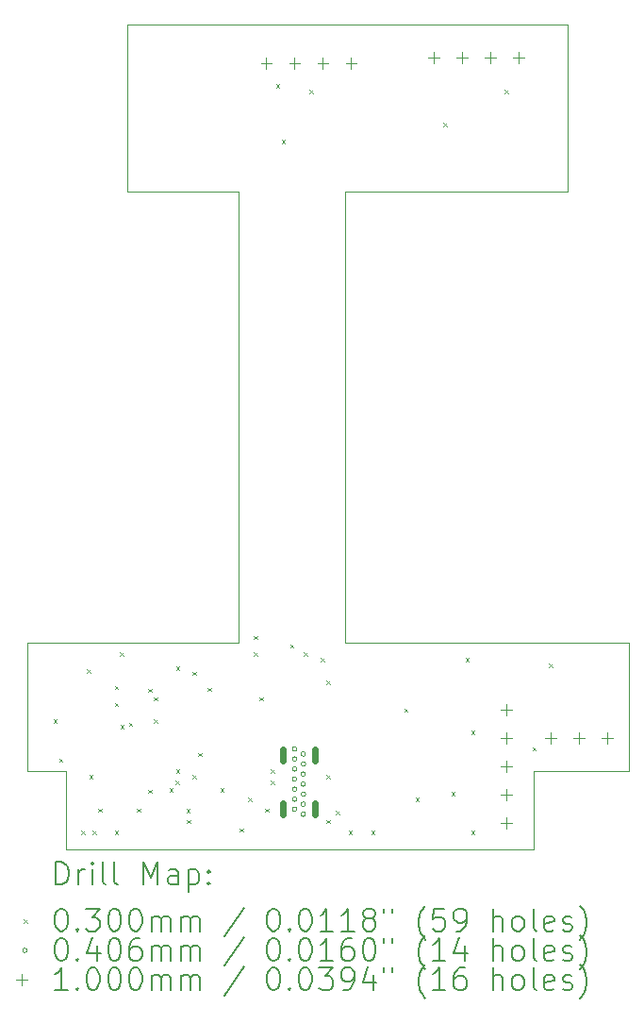
<source format=gbr>
%TF.GenerationSoftware,KiCad,Pcbnew,8.0.7*%
%TF.CreationDate,2024-12-25T21:37:55+08:00*%
%TF.ProjectId,The Button,54686520-4275-4747-946f-6e2e6b696361,rev?*%
%TF.SameCoordinates,Original*%
%TF.FileFunction,Drillmap*%
%TF.FilePolarity,Positive*%
%FSLAX45Y45*%
G04 Gerber Fmt 4.5, Leading zero omitted, Abs format (unit mm)*
G04 Created by KiCad (PCBNEW 8.0.7) date 2024-12-25 21:37:55*
%MOMM*%
%LPD*%
G01*
G04 APERTURE LIST*
%ADD10C,0.050000*%
%ADD11C,0.609600*%
%ADD12C,0.200000*%
%ADD13C,0.100000*%
G04 APERTURE END LIST*
D10*
X15550000Y-2400000D02*
X19500000Y-2400000D01*
X15000000Y-9100000D02*
X14650000Y-9100000D01*
X20050000Y-7950000D02*
X17500000Y-7950000D01*
X19500000Y-3900000D02*
X19500000Y-2400000D01*
X14650000Y-7950000D02*
X16550000Y-7950000D01*
X20050000Y-9100000D02*
X20050000Y-7950000D01*
X19200000Y-9100000D02*
X20050000Y-9100000D01*
X17500000Y-3900000D02*
X19500000Y-3900000D01*
X19200000Y-9800000D02*
X19200000Y-9100000D01*
X14650000Y-9100000D02*
X14650000Y-7950000D01*
X15000000Y-9800000D02*
X15000000Y-9100000D01*
X16550000Y-3900000D02*
X15550000Y-3900000D01*
X15550000Y-3900000D02*
X15550000Y-2400000D01*
X19200000Y-9800000D02*
X15000000Y-9800000D01*
X17500000Y-7950000D02*
X17500000Y-3900000D01*
X16550000Y-7950000D02*
X16550000Y-3900000D01*
D11*
X16946000Y-9004530D02*
X16946000Y-8905470D01*
X16946000Y-9484530D02*
X16946000Y-9385470D01*
X17232000Y-9004530D02*
X17232000Y-8905470D01*
X17232000Y-9484530D02*
X17232000Y-9385470D01*
D12*
D13*
X14885000Y-8635000D02*
X14915000Y-8665000D01*
X14915000Y-8635000D02*
X14885000Y-8665000D01*
X14935000Y-8985000D02*
X14965000Y-9015000D01*
X14965000Y-8985000D02*
X14935000Y-9015000D01*
X15135000Y-9635000D02*
X15165000Y-9665000D01*
X15165000Y-9635000D02*
X15135000Y-9665000D01*
X15185000Y-8185000D02*
X15215000Y-8215000D01*
X15215000Y-8185000D02*
X15185000Y-8215000D01*
X15206000Y-9135205D02*
X15236000Y-9165205D01*
X15236000Y-9135205D02*
X15206000Y-9165205D01*
X15235000Y-9635000D02*
X15265000Y-9665000D01*
X15265000Y-9635000D02*
X15235000Y-9665000D01*
X15285000Y-9435000D02*
X15315000Y-9465000D01*
X15315000Y-9435000D02*
X15285000Y-9465000D01*
X15435000Y-8335000D02*
X15465000Y-8365000D01*
X15465000Y-8335000D02*
X15435000Y-8365000D01*
X15435000Y-8485000D02*
X15465000Y-8515000D01*
X15465000Y-8485000D02*
X15435000Y-8515000D01*
X15435000Y-9635000D02*
X15465000Y-9665000D01*
X15465000Y-9635000D02*
X15435000Y-9665000D01*
X15480046Y-8035000D02*
X15510046Y-8065000D01*
X15510046Y-8035000D02*
X15480046Y-8065000D01*
X15485000Y-8685000D02*
X15515000Y-8715000D01*
X15515000Y-8685000D02*
X15485000Y-8715000D01*
X15562500Y-8662500D02*
X15592500Y-8692500D01*
X15592500Y-8662500D02*
X15562500Y-8692500D01*
X15635000Y-9435000D02*
X15665000Y-9465000D01*
X15665000Y-9435000D02*
X15635000Y-9465000D01*
X15735000Y-8358000D02*
X15765000Y-8388000D01*
X15765000Y-8358000D02*
X15735000Y-8388000D01*
X15735000Y-9264000D02*
X15765000Y-9294000D01*
X15765000Y-9264000D02*
X15735000Y-9294000D01*
X15785000Y-8435000D02*
X15815000Y-8465000D01*
X15815000Y-8435000D02*
X15785000Y-8465000D01*
X15785000Y-8635000D02*
X15815000Y-8665000D01*
X15815000Y-8635000D02*
X15785000Y-8665000D01*
X15927681Y-9250734D02*
X15957681Y-9280734D01*
X15957681Y-9250734D02*
X15927681Y-9280734D01*
X15982728Y-9185966D02*
X16012728Y-9215966D01*
X16012728Y-9185966D02*
X15982728Y-9215966D01*
X15985000Y-8158000D02*
X16015000Y-8188000D01*
X16015000Y-8158000D02*
X15985000Y-8188000D01*
X15985000Y-9085000D02*
X16015000Y-9115000D01*
X16015000Y-9085000D02*
X15985000Y-9115000D01*
X16080345Y-9439246D02*
X16110345Y-9469246D01*
X16110345Y-9439246D02*
X16080345Y-9469246D01*
X16085000Y-9535000D02*
X16115000Y-9565000D01*
X16115000Y-9535000D02*
X16085000Y-9565000D01*
X16135000Y-8208000D02*
X16165000Y-8238000D01*
X16165000Y-8208000D02*
X16135000Y-8238000D01*
X16135000Y-9135000D02*
X16165000Y-9165000D01*
X16165000Y-9135000D02*
X16135000Y-9165000D01*
X16185000Y-8935000D02*
X16215000Y-8965000D01*
X16215000Y-8935000D02*
X16185000Y-8965000D01*
X16270357Y-8350461D02*
X16300357Y-8380461D01*
X16300357Y-8350461D02*
X16270357Y-8380461D01*
X16385000Y-9251250D02*
X16415000Y-9281250D01*
X16415000Y-9251250D02*
X16385000Y-9281250D01*
X16556250Y-9613750D02*
X16586250Y-9643750D01*
X16586250Y-9613750D02*
X16556250Y-9643750D01*
X16635000Y-9335000D02*
X16665000Y-9365000D01*
X16665000Y-9335000D02*
X16635000Y-9365000D01*
X16685000Y-7885000D02*
X16715000Y-7915000D01*
X16715000Y-7885000D02*
X16685000Y-7915000D01*
X16685000Y-8035000D02*
X16715000Y-8065000D01*
X16715000Y-8035000D02*
X16685000Y-8065000D01*
X16735000Y-8435000D02*
X16765000Y-8465000D01*
X16765000Y-8435000D02*
X16735000Y-8465000D01*
X16785000Y-9435000D02*
X16815000Y-9465000D01*
X16815000Y-9435000D02*
X16785000Y-9465000D01*
X16835000Y-9085000D02*
X16865000Y-9115000D01*
X16865000Y-9085000D02*
X16835000Y-9115000D01*
X16835000Y-9185000D02*
X16865000Y-9215000D01*
X16865000Y-9185000D02*
X16835000Y-9215000D01*
X16885000Y-2935000D02*
X16915000Y-2965000D01*
X16915000Y-2935000D02*
X16885000Y-2965000D01*
X16935000Y-3435000D02*
X16965000Y-3465000D01*
X16965000Y-3435000D02*
X16935000Y-3465000D01*
X17009795Y-7959795D02*
X17039795Y-7989795D01*
X17039795Y-7959795D02*
X17009795Y-7989795D01*
X17135000Y-8035000D02*
X17165000Y-8065000D01*
X17165000Y-8035000D02*
X17135000Y-8065000D01*
X17185000Y-2985000D02*
X17215000Y-3015000D01*
X17215000Y-2985000D02*
X17185000Y-3015000D01*
X17285000Y-8085000D02*
X17315000Y-8115000D01*
X17315000Y-8085000D02*
X17285000Y-8115000D01*
X17335000Y-8285000D02*
X17365000Y-8315000D01*
X17365000Y-8285000D02*
X17335000Y-8315000D01*
X17335000Y-9135000D02*
X17365000Y-9165000D01*
X17365000Y-9135000D02*
X17335000Y-9165000D01*
X17335000Y-9535000D02*
X17365000Y-9565000D01*
X17365000Y-9535000D02*
X17335000Y-9565000D01*
X17422509Y-9453759D02*
X17452509Y-9483759D01*
X17452509Y-9453759D02*
X17422509Y-9483759D01*
X17535000Y-9635000D02*
X17565000Y-9665000D01*
X17565000Y-9635000D02*
X17535000Y-9665000D01*
X17740000Y-9635000D02*
X17770000Y-9665000D01*
X17770000Y-9635000D02*
X17740000Y-9665000D01*
X18035000Y-8535000D02*
X18065000Y-8565000D01*
X18065000Y-8535000D02*
X18035000Y-8565000D01*
X18135000Y-9335000D02*
X18165000Y-9365000D01*
X18165000Y-9335000D02*
X18135000Y-9365000D01*
X18385000Y-3285000D02*
X18415000Y-3315000D01*
X18415000Y-3285000D02*
X18385000Y-3315000D01*
X18456000Y-9285000D02*
X18486000Y-9315000D01*
X18486000Y-9285000D02*
X18456000Y-9315000D01*
X18585000Y-8085000D02*
X18615000Y-8115000D01*
X18615000Y-8085000D02*
X18585000Y-8115000D01*
X18635000Y-8735000D02*
X18665000Y-8765000D01*
X18665000Y-8735000D02*
X18635000Y-8765000D01*
X18635000Y-9635000D02*
X18665000Y-9665000D01*
X18665000Y-9635000D02*
X18635000Y-9665000D01*
X18935000Y-2985000D02*
X18965000Y-3015000D01*
X18965000Y-2985000D02*
X18935000Y-3015000D01*
X19185000Y-8885000D02*
X19215000Y-8915000D01*
X19215000Y-8885000D02*
X19185000Y-8915000D01*
X19335000Y-8135000D02*
X19365000Y-8165000D01*
X19365000Y-8135000D02*
X19335000Y-8165000D01*
X17070320Y-8900000D02*
G75*
G02*
X17029680Y-8900000I-20320J0D01*
G01*
X17029680Y-8900000D02*
G75*
G02*
X17070320Y-8900000I20320J0D01*
G01*
X17070320Y-8990000D02*
G75*
G02*
X17029680Y-8990000I-20320J0D01*
G01*
X17029680Y-8990000D02*
G75*
G02*
X17070320Y-8990000I20320J0D01*
G01*
X17070320Y-9080000D02*
G75*
G02*
X17029680Y-9080000I-20320J0D01*
G01*
X17029680Y-9080000D02*
G75*
G02*
X17070320Y-9080000I20320J0D01*
G01*
X17070320Y-9170000D02*
G75*
G02*
X17029680Y-9170000I-20320J0D01*
G01*
X17029680Y-9170000D02*
G75*
G02*
X17070320Y-9170000I20320J0D01*
G01*
X17070320Y-9260000D02*
G75*
G02*
X17029680Y-9260000I-20320J0D01*
G01*
X17029680Y-9260000D02*
G75*
G02*
X17070320Y-9260000I20320J0D01*
G01*
X17070320Y-9350000D02*
G75*
G02*
X17029680Y-9350000I-20320J0D01*
G01*
X17029680Y-9350000D02*
G75*
G02*
X17070320Y-9350000I20320J0D01*
G01*
X17070320Y-9440000D02*
G75*
G02*
X17029680Y-9440000I-20320J0D01*
G01*
X17029680Y-9440000D02*
G75*
G02*
X17070320Y-9440000I20320J0D01*
G01*
X17148320Y-8945000D02*
G75*
G02*
X17107680Y-8945000I-20320J0D01*
G01*
X17107680Y-8945000D02*
G75*
G02*
X17148320Y-8945000I20320J0D01*
G01*
X17148320Y-9035000D02*
G75*
G02*
X17107680Y-9035000I-20320J0D01*
G01*
X17107680Y-9035000D02*
G75*
G02*
X17148320Y-9035000I20320J0D01*
G01*
X17148320Y-9125000D02*
G75*
G02*
X17107680Y-9125000I-20320J0D01*
G01*
X17107680Y-9125000D02*
G75*
G02*
X17148320Y-9125000I20320J0D01*
G01*
X17148320Y-9215000D02*
G75*
G02*
X17107680Y-9215000I-20320J0D01*
G01*
X17107680Y-9215000D02*
G75*
G02*
X17148320Y-9215000I20320J0D01*
G01*
X17148320Y-9305000D02*
G75*
G02*
X17107680Y-9305000I-20320J0D01*
G01*
X17107680Y-9305000D02*
G75*
G02*
X17148320Y-9305000I20320J0D01*
G01*
X17148320Y-9395000D02*
G75*
G02*
X17107680Y-9395000I-20320J0D01*
G01*
X17107680Y-9395000D02*
G75*
G02*
X17148320Y-9395000I20320J0D01*
G01*
X17148320Y-9485000D02*
G75*
G02*
X17107680Y-9485000I-20320J0D01*
G01*
X17107680Y-9485000D02*
G75*
G02*
X17148320Y-9485000I20320J0D01*
G01*
X16796000Y-2700000D02*
X16796000Y-2800000D01*
X16746000Y-2750000D02*
X16846000Y-2750000D01*
X17050000Y-2700000D02*
X17050000Y-2800000D01*
X17000000Y-2750000D02*
X17100000Y-2750000D01*
X17304000Y-2700000D02*
X17304000Y-2800000D01*
X17254000Y-2750000D02*
X17354000Y-2750000D01*
X17558000Y-2700000D02*
X17558000Y-2800000D01*
X17508000Y-2750000D02*
X17608000Y-2750000D01*
X18300000Y-2650000D02*
X18300000Y-2750000D01*
X18250000Y-2700000D02*
X18350000Y-2700000D01*
X18554000Y-2650000D02*
X18554000Y-2750000D01*
X18504000Y-2700000D02*
X18604000Y-2700000D01*
X18808000Y-2650000D02*
X18808000Y-2750000D01*
X18758000Y-2700000D02*
X18858000Y-2700000D01*
X18950000Y-8500000D02*
X18950000Y-8600000D01*
X18900000Y-8550000D02*
X19000000Y-8550000D01*
X18950000Y-8754000D02*
X18950000Y-8854000D01*
X18900000Y-8804000D02*
X19000000Y-8804000D01*
X18950000Y-9008000D02*
X18950000Y-9108000D01*
X18900000Y-9058000D02*
X19000000Y-9058000D01*
X18950000Y-9262000D02*
X18950000Y-9362000D01*
X18900000Y-9312000D02*
X19000000Y-9312000D01*
X18950000Y-9516000D02*
X18950000Y-9616000D01*
X18900000Y-9566000D02*
X19000000Y-9566000D01*
X19062000Y-2650000D02*
X19062000Y-2750000D01*
X19012000Y-2700000D02*
X19112000Y-2700000D01*
X19350000Y-8750000D02*
X19350000Y-8850000D01*
X19300000Y-8800000D02*
X19400000Y-8800000D01*
X19604000Y-8750000D02*
X19604000Y-8850000D01*
X19554000Y-8800000D02*
X19654000Y-8800000D01*
X19858000Y-8750000D02*
X19858000Y-8850000D01*
X19808000Y-8800000D02*
X19908000Y-8800000D01*
D12*
X14908277Y-10113984D02*
X14908277Y-9913984D01*
X14908277Y-9913984D02*
X14955896Y-9913984D01*
X14955896Y-9913984D02*
X14984467Y-9923508D01*
X14984467Y-9923508D02*
X15003515Y-9942555D01*
X15003515Y-9942555D02*
X15013039Y-9961603D01*
X15013039Y-9961603D02*
X15022562Y-9999698D01*
X15022562Y-9999698D02*
X15022562Y-10028270D01*
X15022562Y-10028270D02*
X15013039Y-10066365D01*
X15013039Y-10066365D02*
X15003515Y-10085412D01*
X15003515Y-10085412D02*
X14984467Y-10104460D01*
X14984467Y-10104460D02*
X14955896Y-10113984D01*
X14955896Y-10113984D02*
X14908277Y-10113984D01*
X15108277Y-10113984D02*
X15108277Y-9980650D01*
X15108277Y-10018746D02*
X15117801Y-9999698D01*
X15117801Y-9999698D02*
X15127324Y-9990174D01*
X15127324Y-9990174D02*
X15146372Y-9980650D01*
X15146372Y-9980650D02*
X15165420Y-9980650D01*
X15232086Y-10113984D02*
X15232086Y-9980650D01*
X15232086Y-9913984D02*
X15222562Y-9923508D01*
X15222562Y-9923508D02*
X15232086Y-9933031D01*
X15232086Y-9933031D02*
X15241610Y-9923508D01*
X15241610Y-9923508D02*
X15232086Y-9913984D01*
X15232086Y-9913984D02*
X15232086Y-9933031D01*
X15355896Y-10113984D02*
X15336848Y-10104460D01*
X15336848Y-10104460D02*
X15327324Y-10085412D01*
X15327324Y-10085412D02*
X15327324Y-9913984D01*
X15460658Y-10113984D02*
X15441610Y-10104460D01*
X15441610Y-10104460D02*
X15432086Y-10085412D01*
X15432086Y-10085412D02*
X15432086Y-9913984D01*
X15689229Y-10113984D02*
X15689229Y-9913984D01*
X15689229Y-9913984D02*
X15755896Y-10056841D01*
X15755896Y-10056841D02*
X15822562Y-9913984D01*
X15822562Y-9913984D02*
X15822562Y-10113984D01*
X16003515Y-10113984D02*
X16003515Y-10009222D01*
X16003515Y-10009222D02*
X15993991Y-9990174D01*
X15993991Y-9990174D02*
X15974943Y-9980650D01*
X15974943Y-9980650D02*
X15936848Y-9980650D01*
X15936848Y-9980650D02*
X15917801Y-9990174D01*
X16003515Y-10104460D02*
X15984467Y-10113984D01*
X15984467Y-10113984D02*
X15936848Y-10113984D01*
X15936848Y-10113984D02*
X15917801Y-10104460D01*
X15917801Y-10104460D02*
X15908277Y-10085412D01*
X15908277Y-10085412D02*
X15908277Y-10066365D01*
X15908277Y-10066365D02*
X15917801Y-10047317D01*
X15917801Y-10047317D02*
X15936848Y-10037793D01*
X15936848Y-10037793D02*
X15984467Y-10037793D01*
X15984467Y-10037793D02*
X16003515Y-10028270D01*
X16098753Y-9980650D02*
X16098753Y-10180650D01*
X16098753Y-9990174D02*
X16117801Y-9980650D01*
X16117801Y-9980650D02*
X16155896Y-9980650D01*
X16155896Y-9980650D02*
X16174943Y-9990174D01*
X16174943Y-9990174D02*
X16184467Y-9999698D01*
X16184467Y-9999698D02*
X16193991Y-10018746D01*
X16193991Y-10018746D02*
X16193991Y-10075889D01*
X16193991Y-10075889D02*
X16184467Y-10094936D01*
X16184467Y-10094936D02*
X16174943Y-10104460D01*
X16174943Y-10104460D02*
X16155896Y-10113984D01*
X16155896Y-10113984D02*
X16117801Y-10113984D01*
X16117801Y-10113984D02*
X16098753Y-10104460D01*
X16279705Y-10094936D02*
X16289229Y-10104460D01*
X16289229Y-10104460D02*
X16279705Y-10113984D01*
X16279705Y-10113984D02*
X16270182Y-10104460D01*
X16270182Y-10104460D02*
X16279705Y-10094936D01*
X16279705Y-10094936D02*
X16279705Y-10113984D01*
X16279705Y-9990174D02*
X16289229Y-9999698D01*
X16289229Y-9999698D02*
X16279705Y-10009222D01*
X16279705Y-10009222D02*
X16270182Y-9999698D01*
X16270182Y-9999698D02*
X16279705Y-9990174D01*
X16279705Y-9990174D02*
X16279705Y-10009222D01*
D13*
X14617500Y-10427500D02*
X14647500Y-10457500D01*
X14647500Y-10427500D02*
X14617500Y-10457500D01*
D12*
X14946372Y-10333984D02*
X14965420Y-10333984D01*
X14965420Y-10333984D02*
X14984467Y-10343508D01*
X14984467Y-10343508D02*
X14993991Y-10353031D01*
X14993991Y-10353031D02*
X15003515Y-10372079D01*
X15003515Y-10372079D02*
X15013039Y-10410174D01*
X15013039Y-10410174D02*
X15013039Y-10457793D01*
X15013039Y-10457793D02*
X15003515Y-10495889D01*
X15003515Y-10495889D02*
X14993991Y-10514936D01*
X14993991Y-10514936D02*
X14984467Y-10524460D01*
X14984467Y-10524460D02*
X14965420Y-10533984D01*
X14965420Y-10533984D02*
X14946372Y-10533984D01*
X14946372Y-10533984D02*
X14927324Y-10524460D01*
X14927324Y-10524460D02*
X14917801Y-10514936D01*
X14917801Y-10514936D02*
X14908277Y-10495889D01*
X14908277Y-10495889D02*
X14898753Y-10457793D01*
X14898753Y-10457793D02*
X14898753Y-10410174D01*
X14898753Y-10410174D02*
X14908277Y-10372079D01*
X14908277Y-10372079D02*
X14917801Y-10353031D01*
X14917801Y-10353031D02*
X14927324Y-10343508D01*
X14927324Y-10343508D02*
X14946372Y-10333984D01*
X15098753Y-10514936D02*
X15108277Y-10524460D01*
X15108277Y-10524460D02*
X15098753Y-10533984D01*
X15098753Y-10533984D02*
X15089229Y-10524460D01*
X15089229Y-10524460D02*
X15098753Y-10514936D01*
X15098753Y-10514936D02*
X15098753Y-10533984D01*
X15174943Y-10333984D02*
X15298753Y-10333984D01*
X15298753Y-10333984D02*
X15232086Y-10410174D01*
X15232086Y-10410174D02*
X15260658Y-10410174D01*
X15260658Y-10410174D02*
X15279705Y-10419698D01*
X15279705Y-10419698D02*
X15289229Y-10429222D01*
X15289229Y-10429222D02*
X15298753Y-10448270D01*
X15298753Y-10448270D02*
X15298753Y-10495889D01*
X15298753Y-10495889D02*
X15289229Y-10514936D01*
X15289229Y-10514936D02*
X15279705Y-10524460D01*
X15279705Y-10524460D02*
X15260658Y-10533984D01*
X15260658Y-10533984D02*
X15203515Y-10533984D01*
X15203515Y-10533984D02*
X15184467Y-10524460D01*
X15184467Y-10524460D02*
X15174943Y-10514936D01*
X15422562Y-10333984D02*
X15441610Y-10333984D01*
X15441610Y-10333984D02*
X15460658Y-10343508D01*
X15460658Y-10343508D02*
X15470182Y-10353031D01*
X15470182Y-10353031D02*
X15479705Y-10372079D01*
X15479705Y-10372079D02*
X15489229Y-10410174D01*
X15489229Y-10410174D02*
X15489229Y-10457793D01*
X15489229Y-10457793D02*
X15479705Y-10495889D01*
X15479705Y-10495889D02*
X15470182Y-10514936D01*
X15470182Y-10514936D02*
X15460658Y-10524460D01*
X15460658Y-10524460D02*
X15441610Y-10533984D01*
X15441610Y-10533984D02*
X15422562Y-10533984D01*
X15422562Y-10533984D02*
X15403515Y-10524460D01*
X15403515Y-10524460D02*
X15393991Y-10514936D01*
X15393991Y-10514936D02*
X15384467Y-10495889D01*
X15384467Y-10495889D02*
X15374943Y-10457793D01*
X15374943Y-10457793D02*
X15374943Y-10410174D01*
X15374943Y-10410174D02*
X15384467Y-10372079D01*
X15384467Y-10372079D02*
X15393991Y-10353031D01*
X15393991Y-10353031D02*
X15403515Y-10343508D01*
X15403515Y-10343508D02*
X15422562Y-10333984D01*
X15613039Y-10333984D02*
X15632086Y-10333984D01*
X15632086Y-10333984D02*
X15651134Y-10343508D01*
X15651134Y-10343508D02*
X15660658Y-10353031D01*
X15660658Y-10353031D02*
X15670182Y-10372079D01*
X15670182Y-10372079D02*
X15679705Y-10410174D01*
X15679705Y-10410174D02*
X15679705Y-10457793D01*
X15679705Y-10457793D02*
X15670182Y-10495889D01*
X15670182Y-10495889D02*
X15660658Y-10514936D01*
X15660658Y-10514936D02*
X15651134Y-10524460D01*
X15651134Y-10524460D02*
X15632086Y-10533984D01*
X15632086Y-10533984D02*
X15613039Y-10533984D01*
X15613039Y-10533984D02*
X15593991Y-10524460D01*
X15593991Y-10524460D02*
X15584467Y-10514936D01*
X15584467Y-10514936D02*
X15574943Y-10495889D01*
X15574943Y-10495889D02*
X15565420Y-10457793D01*
X15565420Y-10457793D02*
X15565420Y-10410174D01*
X15565420Y-10410174D02*
X15574943Y-10372079D01*
X15574943Y-10372079D02*
X15584467Y-10353031D01*
X15584467Y-10353031D02*
X15593991Y-10343508D01*
X15593991Y-10343508D02*
X15613039Y-10333984D01*
X15765420Y-10533984D02*
X15765420Y-10400650D01*
X15765420Y-10419698D02*
X15774943Y-10410174D01*
X15774943Y-10410174D02*
X15793991Y-10400650D01*
X15793991Y-10400650D02*
X15822563Y-10400650D01*
X15822563Y-10400650D02*
X15841610Y-10410174D01*
X15841610Y-10410174D02*
X15851134Y-10429222D01*
X15851134Y-10429222D02*
X15851134Y-10533984D01*
X15851134Y-10429222D02*
X15860658Y-10410174D01*
X15860658Y-10410174D02*
X15879705Y-10400650D01*
X15879705Y-10400650D02*
X15908277Y-10400650D01*
X15908277Y-10400650D02*
X15927324Y-10410174D01*
X15927324Y-10410174D02*
X15936848Y-10429222D01*
X15936848Y-10429222D02*
X15936848Y-10533984D01*
X16032086Y-10533984D02*
X16032086Y-10400650D01*
X16032086Y-10419698D02*
X16041610Y-10410174D01*
X16041610Y-10410174D02*
X16060658Y-10400650D01*
X16060658Y-10400650D02*
X16089229Y-10400650D01*
X16089229Y-10400650D02*
X16108277Y-10410174D01*
X16108277Y-10410174D02*
X16117801Y-10429222D01*
X16117801Y-10429222D02*
X16117801Y-10533984D01*
X16117801Y-10429222D02*
X16127324Y-10410174D01*
X16127324Y-10410174D02*
X16146372Y-10400650D01*
X16146372Y-10400650D02*
X16174943Y-10400650D01*
X16174943Y-10400650D02*
X16193991Y-10410174D01*
X16193991Y-10410174D02*
X16203515Y-10429222D01*
X16203515Y-10429222D02*
X16203515Y-10533984D01*
X16593991Y-10324460D02*
X16422563Y-10581603D01*
X16851134Y-10333984D02*
X16870182Y-10333984D01*
X16870182Y-10333984D02*
X16889229Y-10343508D01*
X16889229Y-10343508D02*
X16898753Y-10353031D01*
X16898753Y-10353031D02*
X16908277Y-10372079D01*
X16908277Y-10372079D02*
X16917801Y-10410174D01*
X16917801Y-10410174D02*
X16917801Y-10457793D01*
X16917801Y-10457793D02*
X16908277Y-10495889D01*
X16908277Y-10495889D02*
X16898753Y-10514936D01*
X16898753Y-10514936D02*
X16889229Y-10524460D01*
X16889229Y-10524460D02*
X16870182Y-10533984D01*
X16870182Y-10533984D02*
X16851134Y-10533984D01*
X16851134Y-10533984D02*
X16832087Y-10524460D01*
X16832087Y-10524460D02*
X16822563Y-10514936D01*
X16822563Y-10514936D02*
X16813039Y-10495889D01*
X16813039Y-10495889D02*
X16803515Y-10457793D01*
X16803515Y-10457793D02*
X16803515Y-10410174D01*
X16803515Y-10410174D02*
X16813039Y-10372079D01*
X16813039Y-10372079D02*
X16822563Y-10353031D01*
X16822563Y-10353031D02*
X16832087Y-10343508D01*
X16832087Y-10343508D02*
X16851134Y-10333984D01*
X17003515Y-10514936D02*
X17013039Y-10524460D01*
X17013039Y-10524460D02*
X17003515Y-10533984D01*
X17003515Y-10533984D02*
X16993991Y-10524460D01*
X16993991Y-10524460D02*
X17003515Y-10514936D01*
X17003515Y-10514936D02*
X17003515Y-10533984D01*
X17136848Y-10333984D02*
X17155896Y-10333984D01*
X17155896Y-10333984D02*
X17174944Y-10343508D01*
X17174944Y-10343508D02*
X17184468Y-10353031D01*
X17184468Y-10353031D02*
X17193991Y-10372079D01*
X17193991Y-10372079D02*
X17203515Y-10410174D01*
X17203515Y-10410174D02*
X17203515Y-10457793D01*
X17203515Y-10457793D02*
X17193991Y-10495889D01*
X17193991Y-10495889D02*
X17184468Y-10514936D01*
X17184468Y-10514936D02*
X17174944Y-10524460D01*
X17174944Y-10524460D02*
X17155896Y-10533984D01*
X17155896Y-10533984D02*
X17136848Y-10533984D01*
X17136848Y-10533984D02*
X17117801Y-10524460D01*
X17117801Y-10524460D02*
X17108277Y-10514936D01*
X17108277Y-10514936D02*
X17098753Y-10495889D01*
X17098753Y-10495889D02*
X17089229Y-10457793D01*
X17089229Y-10457793D02*
X17089229Y-10410174D01*
X17089229Y-10410174D02*
X17098753Y-10372079D01*
X17098753Y-10372079D02*
X17108277Y-10353031D01*
X17108277Y-10353031D02*
X17117801Y-10343508D01*
X17117801Y-10343508D02*
X17136848Y-10333984D01*
X17393991Y-10533984D02*
X17279706Y-10533984D01*
X17336848Y-10533984D02*
X17336848Y-10333984D01*
X17336848Y-10333984D02*
X17317801Y-10362555D01*
X17317801Y-10362555D02*
X17298753Y-10381603D01*
X17298753Y-10381603D02*
X17279706Y-10391127D01*
X17584468Y-10533984D02*
X17470182Y-10533984D01*
X17527325Y-10533984D02*
X17527325Y-10333984D01*
X17527325Y-10333984D02*
X17508277Y-10362555D01*
X17508277Y-10362555D02*
X17489229Y-10381603D01*
X17489229Y-10381603D02*
X17470182Y-10391127D01*
X17698753Y-10419698D02*
X17679706Y-10410174D01*
X17679706Y-10410174D02*
X17670182Y-10400650D01*
X17670182Y-10400650D02*
X17660658Y-10381603D01*
X17660658Y-10381603D02*
X17660658Y-10372079D01*
X17660658Y-10372079D02*
X17670182Y-10353031D01*
X17670182Y-10353031D02*
X17679706Y-10343508D01*
X17679706Y-10343508D02*
X17698753Y-10333984D01*
X17698753Y-10333984D02*
X17736849Y-10333984D01*
X17736849Y-10333984D02*
X17755896Y-10343508D01*
X17755896Y-10343508D02*
X17765420Y-10353031D01*
X17765420Y-10353031D02*
X17774944Y-10372079D01*
X17774944Y-10372079D02*
X17774944Y-10381603D01*
X17774944Y-10381603D02*
X17765420Y-10400650D01*
X17765420Y-10400650D02*
X17755896Y-10410174D01*
X17755896Y-10410174D02*
X17736849Y-10419698D01*
X17736849Y-10419698D02*
X17698753Y-10419698D01*
X17698753Y-10419698D02*
X17679706Y-10429222D01*
X17679706Y-10429222D02*
X17670182Y-10438746D01*
X17670182Y-10438746D02*
X17660658Y-10457793D01*
X17660658Y-10457793D02*
X17660658Y-10495889D01*
X17660658Y-10495889D02*
X17670182Y-10514936D01*
X17670182Y-10514936D02*
X17679706Y-10524460D01*
X17679706Y-10524460D02*
X17698753Y-10533984D01*
X17698753Y-10533984D02*
X17736849Y-10533984D01*
X17736849Y-10533984D02*
X17755896Y-10524460D01*
X17755896Y-10524460D02*
X17765420Y-10514936D01*
X17765420Y-10514936D02*
X17774944Y-10495889D01*
X17774944Y-10495889D02*
X17774944Y-10457793D01*
X17774944Y-10457793D02*
X17765420Y-10438746D01*
X17765420Y-10438746D02*
X17755896Y-10429222D01*
X17755896Y-10429222D02*
X17736849Y-10419698D01*
X17851134Y-10333984D02*
X17851134Y-10372079D01*
X17927325Y-10333984D02*
X17927325Y-10372079D01*
X18222563Y-10610174D02*
X18213039Y-10600650D01*
X18213039Y-10600650D02*
X18193991Y-10572079D01*
X18193991Y-10572079D02*
X18184468Y-10553031D01*
X18184468Y-10553031D02*
X18174944Y-10524460D01*
X18174944Y-10524460D02*
X18165420Y-10476841D01*
X18165420Y-10476841D02*
X18165420Y-10438746D01*
X18165420Y-10438746D02*
X18174944Y-10391127D01*
X18174944Y-10391127D02*
X18184468Y-10362555D01*
X18184468Y-10362555D02*
X18193991Y-10343508D01*
X18193991Y-10343508D02*
X18213039Y-10314936D01*
X18213039Y-10314936D02*
X18222563Y-10305412D01*
X18393991Y-10333984D02*
X18298753Y-10333984D01*
X18298753Y-10333984D02*
X18289230Y-10429222D01*
X18289230Y-10429222D02*
X18298753Y-10419698D01*
X18298753Y-10419698D02*
X18317801Y-10410174D01*
X18317801Y-10410174D02*
X18365420Y-10410174D01*
X18365420Y-10410174D02*
X18384468Y-10419698D01*
X18384468Y-10419698D02*
X18393991Y-10429222D01*
X18393991Y-10429222D02*
X18403515Y-10448270D01*
X18403515Y-10448270D02*
X18403515Y-10495889D01*
X18403515Y-10495889D02*
X18393991Y-10514936D01*
X18393991Y-10514936D02*
X18384468Y-10524460D01*
X18384468Y-10524460D02*
X18365420Y-10533984D01*
X18365420Y-10533984D02*
X18317801Y-10533984D01*
X18317801Y-10533984D02*
X18298753Y-10524460D01*
X18298753Y-10524460D02*
X18289230Y-10514936D01*
X18498753Y-10533984D02*
X18536849Y-10533984D01*
X18536849Y-10533984D02*
X18555896Y-10524460D01*
X18555896Y-10524460D02*
X18565420Y-10514936D01*
X18565420Y-10514936D02*
X18584468Y-10486365D01*
X18584468Y-10486365D02*
X18593991Y-10448270D01*
X18593991Y-10448270D02*
X18593991Y-10372079D01*
X18593991Y-10372079D02*
X18584468Y-10353031D01*
X18584468Y-10353031D02*
X18574944Y-10343508D01*
X18574944Y-10343508D02*
X18555896Y-10333984D01*
X18555896Y-10333984D02*
X18517801Y-10333984D01*
X18517801Y-10333984D02*
X18498753Y-10343508D01*
X18498753Y-10343508D02*
X18489230Y-10353031D01*
X18489230Y-10353031D02*
X18479706Y-10372079D01*
X18479706Y-10372079D02*
X18479706Y-10419698D01*
X18479706Y-10419698D02*
X18489230Y-10438746D01*
X18489230Y-10438746D02*
X18498753Y-10448270D01*
X18498753Y-10448270D02*
X18517801Y-10457793D01*
X18517801Y-10457793D02*
X18555896Y-10457793D01*
X18555896Y-10457793D02*
X18574944Y-10448270D01*
X18574944Y-10448270D02*
X18584468Y-10438746D01*
X18584468Y-10438746D02*
X18593991Y-10419698D01*
X18832087Y-10533984D02*
X18832087Y-10333984D01*
X18917801Y-10533984D02*
X18917801Y-10429222D01*
X18917801Y-10429222D02*
X18908277Y-10410174D01*
X18908277Y-10410174D02*
X18889230Y-10400650D01*
X18889230Y-10400650D02*
X18860658Y-10400650D01*
X18860658Y-10400650D02*
X18841611Y-10410174D01*
X18841611Y-10410174D02*
X18832087Y-10419698D01*
X19041611Y-10533984D02*
X19022563Y-10524460D01*
X19022563Y-10524460D02*
X19013039Y-10514936D01*
X19013039Y-10514936D02*
X19003515Y-10495889D01*
X19003515Y-10495889D02*
X19003515Y-10438746D01*
X19003515Y-10438746D02*
X19013039Y-10419698D01*
X19013039Y-10419698D02*
X19022563Y-10410174D01*
X19022563Y-10410174D02*
X19041611Y-10400650D01*
X19041611Y-10400650D02*
X19070182Y-10400650D01*
X19070182Y-10400650D02*
X19089230Y-10410174D01*
X19089230Y-10410174D02*
X19098753Y-10419698D01*
X19098753Y-10419698D02*
X19108277Y-10438746D01*
X19108277Y-10438746D02*
X19108277Y-10495889D01*
X19108277Y-10495889D02*
X19098753Y-10514936D01*
X19098753Y-10514936D02*
X19089230Y-10524460D01*
X19089230Y-10524460D02*
X19070182Y-10533984D01*
X19070182Y-10533984D02*
X19041611Y-10533984D01*
X19222563Y-10533984D02*
X19203515Y-10524460D01*
X19203515Y-10524460D02*
X19193992Y-10505412D01*
X19193992Y-10505412D02*
X19193992Y-10333984D01*
X19374944Y-10524460D02*
X19355896Y-10533984D01*
X19355896Y-10533984D02*
X19317801Y-10533984D01*
X19317801Y-10533984D02*
X19298753Y-10524460D01*
X19298753Y-10524460D02*
X19289230Y-10505412D01*
X19289230Y-10505412D02*
X19289230Y-10429222D01*
X19289230Y-10429222D02*
X19298753Y-10410174D01*
X19298753Y-10410174D02*
X19317801Y-10400650D01*
X19317801Y-10400650D02*
X19355896Y-10400650D01*
X19355896Y-10400650D02*
X19374944Y-10410174D01*
X19374944Y-10410174D02*
X19384468Y-10429222D01*
X19384468Y-10429222D02*
X19384468Y-10448270D01*
X19384468Y-10448270D02*
X19289230Y-10467317D01*
X19460658Y-10524460D02*
X19479706Y-10533984D01*
X19479706Y-10533984D02*
X19517801Y-10533984D01*
X19517801Y-10533984D02*
X19536849Y-10524460D01*
X19536849Y-10524460D02*
X19546373Y-10505412D01*
X19546373Y-10505412D02*
X19546373Y-10495889D01*
X19546373Y-10495889D02*
X19536849Y-10476841D01*
X19536849Y-10476841D02*
X19517801Y-10467317D01*
X19517801Y-10467317D02*
X19489230Y-10467317D01*
X19489230Y-10467317D02*
X19470182Y-10457793D01*
X19470182Y-10457793D02*
X19460658Y-10438746D01*
X19460658Y-10438746D02*
X19460658Y-10429222D01*
X19460658Y-10429222D02*
X19470182Y-10410174D01*
X19470182Y-10410174D02*
X19489230Y-10400650D01*
X19489230Y-10400650D02*
X19517801Y-10400650D01*
X19517801Y-10400650D02*
X19536849Y-10410174D01*
X19613039Y-10610174D02*
X19622563Y-10600650D01*
X19622563Y-10600650D02*
X19641611Y-10572079D01*
X19641611Y-10572079D02*
X19651134Y-10553031D01*
X19651134Y-10553031D02*
X19660658Y-10524460D01*
X19660658Y-10524460D02*
X19670182Y-10476841D01*
X19670182Y-10476841D02*
X19670182Y-10438746D01*
X19670182Y-10438746D02*
X19660658Y-10391127D01*
X19660658Y-10391127D02*
X19651134Y-10362555D01*
X19651134Y-10362555D02*
X19641611Y-10343508D01*
X19641611Y-10343508D02*
X19622563Y-10314936D01*
X19622563Y-10314936D02*
X19613039Y-10305412D01*
D13*
X14647500Y-10706500D02*
G75*
G02*
X14606860Y-10706500I-20320J0D01*
G01*
X14606860Y-10706500D02*
G75*
G02*
X14647500Y-10706500I20320J0D01*
G01*
D12*
X14946372Y-10597984D02*
X14965420Y-10597984D01*
X14965420Y-10597984D02*
X14984467Y-10607508D01*
X14984467Y-10607508D02*
X14993991Y-10617031D01*
X14993991Y-10617031D02*
X15003515Y-10636079D01*
X15003515Y-10636079D02*
X15013039Y-10674174D01*
X15013039Y-10674174D02*
X15013039Y-10721793D01*
X15013039Y-10721793D02*
X15003515Y-10759889D01*
X15003515Y-10759889D02*
X14993991Y-10778936D01*
X14993991Y-10778936D02*
X14984467Y-10788460D01*
X14984467Y-10788460D02*
X14965420Y-10797984D01*
X14965420Y-10797984D02*
X14946372Y-10797984D01*
X14946372Y-10797984D02*
X14927324Y-10788460D01*
X14927324Y-10788460D02*
X14917801Y-10778936D01*
X14917801Y-10778936D02*
X14908277Y-10759889D01*
X14908277Y-10759889D02*
X14898753Y-10721793D01*
X14898753Y-10721793D02*
X14898753Y-10674174D01*
X14898753Y-10674174D02*
X14908277Y-10636079D01*
X14908277Y-10636079D02*
X14917801Y-10617031D01*
X14917801Y-10617031D02*
X14927324Y-10607508D01*
X14927324Y-10607508D02*
X14946372Y-10597984D01*
X15098753Y-10778936D02*
X15108277Y-10788460D01*
X15108277Y-10788460D02*
X15098753Y-10797984D01*
X15098753Y-10797984D02*
X15089229Y-10788460D01*
X15089229Y-10788460D02*
X15098753Y-10778936D01*
X15098753Y-10778936D02*
X15098753Y-10797984D01*
X15279705Y-10664650D02*
X15279705Y-10797984D01*
X15232086Y-10588460D02*
X15184467Y-10731317D01*
X15184467Y-10731317D02*
X15308277Y-10731317D01*
X15422562Y-10597984D02*
X15441610Y-10597984D01*
X15441610Y-10597984D02*
X15460658Y-10607508D01*
X15460658Y-10607508D02*
X15470182Y-10617031D01*
X15470182Y-10617031D02*
X15479705Y-10636079D01*
X15479705Y-10636079D02*
X15489229Y-10674174D01*
X15489229Y-10674174D02*
X15489229Y-10721793D01*
X15489229Y-10721793D02*
X15479705Y-10759889D01*
X15479705Y-10759889D02*
X15470182Y-10778936D01*
X15470182Y-10778936D02*
X15460658Y-10788460D01*
X15460658Y-10788460D02*
X15441610Y-10797984D01*
X15441610Y-10797984D02*
X15422562Y-10797984D01*
X15422562Y-10797984D02*
X15403515Y-10788460D01*
X15403515Y-10788460D02*
X15393991Y-10778936D01*
X15393991Y-10778936D02*
X15384467Y-10759889D01*
X15384467Y-10759889D02*
X15374943Y-10721793D01*
X15374943Y-10721793D02*
X15374943Y-10674174D01*
X15374943Y-10674174D02*
X15384467Y-10636079D01*
X15384467Y-10636079D02*
X15393991Y-10617031D01*
X15393991Y-10617031D02*
X15403515Y-10607508D01*
X15403515Y-10607508D02*
X15422562Y-10597984D01*
X15660658Y-10597984D02*
X15622562Y-10597984D01*
X15622562Y-10597984D02*
X15603515Y-10607508D01*
X15603515Y-10607508D02*
X15593991Y-10617031D01*
X15593991Y-10617031D02*
X15574943Y-10645603D01*
X15574943Y-10645603D02*
X15565420Y-10683698D01*
X15565420Y-10683698D02*
X15565420Y-10759889D01*
X15565420Y-10759889D02*
X15574943Y-10778936D01*
X15574943Y-10778936D02*
X15584467Y-10788460D01*
X15584467Y-10788460D02*
X15603515Y-10797984D01*
X15603515Y-10797984D02*
X15641610Y-10797984D01*
X15641610Y-10797984D02*
X15660658Y-10788460D01*
X15660658Y-10788460D02*
X15670182Y-10778936D01*
X15670182Y-10778936D02*
X15679705Y-10759889D01*
X15679705Y-10759889D02*
X15679705Y-10712270D01*
X15679705Y-10712270D02*
X15670182Y-10693222D01*
X15670182Y-10693222D02*
X15660658Y-10683698D01*
X15660658Y-10683698D02*
X15641610Y-10674174D01*
X15641610Y-10674174D02*
X15603515Y-10674174D01*
X15603515Y-10674174D02*
X15584467Y-10683698D01*
X15584467Y-10683698D02*
X15574943Y-10693222D01*
X15574943Y-10693222D02*
X15565420Y-10712270D01*
X15765420Y-10797984D02*
X15765420Y-10664650D01*
X15765420Y-10683698D02*
X15774943Y-10674174D01*
X15774943Y-10674174D02*
X15793991Y-10664650D01*
X15793991Y-10664650D02*
X15822563Y-10664650D01*
X15822563Y-10664650D02*
X15841610Y-10674174D01*
X15841610Y-10674174D02*
X15851134Y-10693222D01*
X15851134Y-10693222D02*
X15851134Y-10797984D01*
X15851134Y-10693222D02*
X15860658Y-10674174D01*
X15860658Y-10674174D02*
X15879705Y-10664650D01*
X15879705Y-10664650D02*
X15908277Y-10664650D01*
X15908277Y-10664650D02*
X15927324Y-10674174D01*
X15927324Y-10674174D02*
X15936848Y-10693222D01*
X15936848Y-10693222D02*
X15936848Y-10797984D01*
X16032086Y-10797984D02*
X16032086Y-10664650D01*
X16032086Y-10683698D02*
X16041610Y-10674174D01*
X16041610Y-10674174D02*
X16060658Y-10664650D01*
X16060658Y-10664650D02*
X16089229Y-10664650D01*
X16089229Y-10664650D02*
X16108277Y-10674174D01*
X16108277Y-10674174D02*
X16117801Y-10693222D01*
X16117801Y-10693222D02*
X16117801Y-10797984D01*
X16117801Y-10693222D02*
X16127324Y-10674174D01*
X16127324Y-10674174D02*
X16146372Y-10664650D01*
X16146372Y-10664650D02*
X16174943Y-10664650D01*
X16174943Y-10664650D02*
X16193991Y-10674174D01*
X16193991Y-10674174D02*
X16203515Y-10693222D01*
X16203515Y-10693222D02*
X16203515Y-10797984D01*
X16593991Y-10588460D02*
X16422563Y-10845603D01*
X16851134Y-10597984D02*
X16870182Y-10597984D01*
X16870182Y-10597984D02*
X16889229Y-10607508D01*
X16889229Y-10607508D02*
X16898753Y-10617031D01*
X16898753Y-10617031D02*
X16908277Y-10636079D01*
X16908277Y-10636079D02*
X16917801Y-10674174D01*
X16917801Y-10674174D02*
X16917801Y-10721793D01*
X16917801Y-10721793D02*
X16908277Y-10759889D01*
X16908277Y-10759889D02*
X16898753Y-10778936D01*
X16898753Y-10778936D02*
X16889229Y-10788460D01*
X16889229Y-10788460D02*
X16870182Y-10797984D01*
X16870182Y-10797984D02*
X16851134Y-10797984D01*
X16851134Y-10797984D02*
X16832087Y-10788460D01*
X16832087Y-10788460D02*
X16822563Y-10778936D01*
X16822563Y-10778936D02*
X16813039Y-10759889D01*
X16813039Y-10759889D02*
X16803515Y-10721793D01*
X16803515Y-10721793D02*
X16803515Y-10674174D01*
X16803515Y-10674174D02*
X16813039Y-10636079D01*
X16813039Y-10636079D02*
X16822563Y-10617031D01*
X16822563Y-10617031D02*
X16832087Y-10607508D01*
X16832087Y-10607508D02*
X16851134Y-10597984D01*
X17003515Y-10778936D02*
X17013039Y-10788460D01*
X17013039Y-10788460D02*
X17003515Y-10797984D01*
X17003515Y-10797984D02*
X16993991Y-10788460D01*
X16993991Y-10788460D02*
X17003515Y-10778936D01*
X17003515Y-10778936D02*
X17003515Y-10797984D01*
X17136848Y-10597984D02*
X17155896Y-10597984D01*
X17155896Y-10597984D02*
X17174944Y-10607508D01*
X17174944Y-10607508D02*
X17184468Y-10617031D01*
X17184468Y-10617031D02*
X17193991Y-10636079D01*
X17193991Y-10636079D02*
X17203515Y-10674174D01*
X17203515Y-10674174D02*
X17203515Y-10721793D01*
X17203515Y-10721793D02*
X17193991Y-10759889D01*
X17193991Y-10759889D02*
X17184468Y-10778936D01*
X17184468Y-10778936D02*
X17174944Y-10788460D01*
X17174944Y-10788460D02*
X17155896Y-10797984D01*
X17155896Y-10797984D02*
X17136848Y-10797984D01*
X17136848Y-10797984D02*
X17117801Y-10788460D01*
X17117801Y-10788460D02*
X17108277Y-10778936D01*
X17108277Y-10778936D02*
X17098753Y-10759889D01*
X17098753Y-10759889D02*
X17089229Y-10721793D01*
X17089229Y-10721793D02*
X17089229Y-10674174D01*
X17089229Y-10674174D02*
X17098753Y-10636079D01*
X17098753Y-10636079D02*
X17108277Y-10617031D01*
X17108277Y-10617031D02*
X17117801Y-10607508D01*
X17117801Y-10607508D02*
X17136848Y-10597984D01*
X17393991Y-10797984D02*
X17279706Y-10797984D01*
X17336848Y-10797984D02*
X17336848Y-10597984D01*
X17336848Y-10597984D02*
X17317801Y-10626555D01*
X17317801Y-10626555D02*
X17298753Y-10645603D01*
X17298753Y-10645603D02*
X17279706Y-10655127D01*
X17565420Y-10597984D02*
X17527325Y-10597984D01*
X17527325Y-10597984D02*
X17508277Y-10607508D01*
X17508277Y-10607508D02*
X17498753Y-10617031D01*
X17498753Y-10617031D02*
X17479706Y-10645603D01*
X17479706Y-10645603D02*
X17470182Y-10683698D01*
X17470182Y-10683698D02*
X17470182Y-10759889D01*
X17470182Y-10759889D02*
X17479706Y-10778936D01*
X17479706Y-10778936D02*
X17489229Y-10788460D01*
X17489229Y-10788460D02*
X17508277Y-10797984D01*
X17508277Y-10797984D02*
X17546372Y-10797984D01*
X17546372Y-10797984D02*
X17565420Y-10788460D01*
X17565420Y-10788460D02*
X17574944Y-10778936D01*
X17574944Y-10778936D02*
X17584468Y-10759889D01*
X17584468Y-10759889D02*
X17584468Y-10712270D01*
X17584468Y-10712270D02*
X17574944Y-10693222D01*
X17574944Y-10693222D02*
X17565420Y-10683698D01*
X17565420Y-10683698D02*
X17546372Y-10674174D01*
X17546372Y-10674174D02*
X17508277Y-10674174D01*
X17508277Y-10674174D02*
X17489229Y-10683698D01*
X17489229Y-10683698D02*
X17479706Y-10693222D01*
X17479706Y-10693222D02*
X17470182Y-10712270D01*
X17708277Y-10597984D02*
X17727325Y-10597984D01*
X17727325Y-10597984D02*
X17746372Y-10607508D01*
X17746372Y-10607508D02*
X17755896Y-10617031D01*
X17755896Y-10617031D02*
X17765420Y-10636079D01*
X17765420Y-10636079D02*
X17774944Y-10674174D01*
X17774944Y-10674174D02*
X17774944Y-10721793D01*
X17774944Y-10721793D02*
X17765420Y-10759889D01*
X17765420Y-10759889D02*
X17755896Y-10778936D01*
X17755896Y-10778936D02*
X17746372Y-10788460D01*
X17746372Y-10788460D02*
X17727325Y-10797984D01*
X17727325Y-10797984D02*
X17708277Y-10797984D01*
X17708277Y-10797984D02*
X17689229Y-10788460D01*
X17689229Y-10788460D02*
X17679706Y-10778936D01*
X17679706Y-10778936D02*
X17670182Y-10759889D01*
X17670182Y-10759889D02*
X17660658Y-10721793D01*
X17660658Y-10721793D02*
X17660658Y-10674174D01*
X17660658Y-10674174D02*
X17670182Y-10636079D01*
X17670182Y-10636079D02*
X17679706Y-10617031D01*
X17679706Y-10617031D02*
X17689229Y-10607508D01*
X17689229Y-10607508D02*
X17708277Y-10597984D01*
X17851134Y-10597984D02*
X17851134Y-10636079D01*
X17927325Y-10597984D02*
X17927325Y-10636079D01*
X18222563Y-10874174D02*
X18213039Y-10864650D01*
X18213039Y-10864650D02*
X18193991Y-10836079D01*
X18193991Y-10836079D02*
X18184468Y-10817031D01*
X18184468Y-10817031D02*
X18174944Y-10788460D01*
X18174944Y-10788460D02*
X18165420Y-10740841D01*
X18165420Y-10740841D02*
X18165420Y-10702746D01*
X18165420Y-10702746D02*
X18174944Y-10655127D01*
X18174944Y-10655127D02*
X18184468Y-10626555D01*
X18184468Y-10626555D02*
X18193991Y-10607508D01*
X18193991Y-10607508D02*
X18213039Y-10578936D01*
X18213039Y-10578936D02*
X18222563Y-10569412D01*
X18403515Y-10797984D02*
X18289230Y-10797984D01*
X18346372Y-10797984D02*
X18346372Y-10597984D01*
X18346372Y-10597984D02*
X18327325Y-10626555D01*
X18327325Y-10626555D02*
X18308277Y-10645603D01*
X18308277Y-10645603D02*
X18289230Y-10655127D01*
X18574944Y-10664650D02*
X18574944Y-10797984D01*
X18527325Y-10588460D02*
X18479706Y-10731317D01*
X18479706Y-10731317D02*
X18603515Y-10731317D01*
X18832087Y-10797984D02*
X18832087Y-10597984D01*
X18917801Y-10797984D02*
X18917801Y-10693222D01*
X18917801Y-10693222D02*
X18908277Y-10674174D01*
X18908277Y-10674174D02*
X18889230Y-10664650D01*
X18889230Y-10664650D02*
X18860658Y-10664650D01*
X18860658Y-10664650D02*
X18841611Y-10674174D01*
X18841611Y-10674174D02*
X18832087Y-10683698D01*
X19041611Y-10797984D02*
X19022563Y-10788460D01*
X19022563Y-10788460D02*
X19013039Y-10778936D01*
X19013039Y-10778936D02*
X19003515Y-10759889D01*
X19003515Y-10759889D02*
X19003515Y-10702746D01*
X19003515Y-10702746D02*
X19013039Y-10683698D01*
X19013039Y-10683698D02*
X19022563Y-10674174D01*
X19022563Y-10674174D02*
X19041611Y-10664650D01*
X19041611Y-10664650D02*
X19070182Y-10664650D01*
X19070182Y-10664650D02*
X19089230Y-10674174D01*
X19089230Y-10674174D02*
X19098753Y-10683698D01*
X19098753Y-10683698D02*
X19108277Y-10702746D01*
X19108277Y-10702746D02*
X19108277Y-10759889D01*
X19108277Y-10759889D02*
X19098753Y-10778936D01*
X19098753Y-10778936D02*
X19089230Y-10788460D01*
X19089230Y-10788460D02*
X19070182Y-10797984D01*
X19070182Y-10797984D02*
X19041611Y-10797984D01*
X19222563Y-10797984D02*
X19203515Y-10788460D01*
X19203515Y-10788460D02*
X19193992Y-10769412D01*
X19193992Y-10769412D02*
X19193992Y-10597984D01*
X19374944Y-10788460D02*
X19355896Y-10797984D01*
X19355896Y-10797984D02*
X19317801Y-10797984D01*
X19317801Y-10797984D02*
X19298753Y-10788460D01*
X19298753Y-10788460D02*
X19289230Y-10769412D01*
X19289230Y-10769412D02*
X19289230Y-10693222D01*
X19289230Y-10693222D02*
X19298753Y-10674174D01*
X19298753Y-10674174D02*
X19317801Y-10664650D01*
X19317801Y-10664650D02*
X19355896Y-10664650D01*
X19355896Y-10664650D02*
X19374944Y-10674174D01*
X19374944Y-10674174D02*
X19384468Y-10693222D01*
X19384468Y-10693222D02*
X19384468Y-10712270D01*
X19384468Y-10712270D02*
X19289230Y-10731317D01*
X19460658Y-10788460D02*
X19479706Y-10797984D01*
X19479706Y-10797984D02*
X19517801Y-10797984D01*
X19517801Y-10797984D02*
X19536849Y-10788460D01*
X19536849Y-10788460D02*
X19546373Y-10769412D01*
X19546373Y-10769412D02*
X19546373Y-10759889D01*
X19546373Y-10759889D02*
X19536849Y-10740841D01*
X19536849Y-10740841D02*
X19517801Y-10731317D01*
X19517801Y-10731317D02*
X19489230Y-10731317D01*
X19489230Y-10731317D02*
X19470182Y-10721793D01*
X19470182Y-10721793D02*
X19460658Y-10702746D01*
X19460658Y-10702746D02*
X19460658Y-10693222D01*
X19460658Y-10693222D02*
X19470182Y-10674174D01*
X19470182Y-10674174D02*
X19489230Y-10664650D01*
X19489230Y-10664650D02*
X19517801Y-10664650D01*
X19517801Y-10664650D02*
X19536849Y-10674174D01*
X19613039Y-10874174D02*
X19622563Y-10864650D01*
X19622563Y-10864650D02*
X19641611Y-10836079D01*
X19641611Y-10836079D02*
X19651134Y-10817031D01*
X19651134Y-10817031D02*
X19660658Y-10788460D01*
X19660658Y-10788460D02*
X19670182Y-10740841D01*
X19670182Y-10740841D02*
X19670182Y-10702746D01*
X19670182Y-10702746D02*
X19660658Y-10655127D01*
X19660658Y-10655127D02*
X19651134Y-10626555D01*
X19651134Y-10626555D02*
X19641611Y-10607508D01*
X19641611Y-10607508D02*
X19622563Y-10578936D01*
X19622563Y-10578936D02*
X19613039Y-10569412D01*
D13*
X14597500Y-10920500D02*
X14597500Y-11020500D01*
X14547500Y-10970500D02*
X14647500Y-10970500D01*
D12*
X15013039Y-11061984D02*
X14898753Y-11061984D01*
X14955896Y-11061984D02*
X14955896Y-10861984D01*
X14955896Y-10861984D02*
X14936848Y-10890555D01*
X14936848Y-10890555D02*
X14917801Y-10909603D01*
X14917801Y-10909603D02*
X14898753Y-10919127D01*
X15098753Y-11042936D02*
X15108277Y-11052460D01*
X15108277Y-11052460D02*
X15098753Y-11061984D01*
X15098753Y-11061984D02*
X15089229Y-11052460D01*
X15089229Y-11052460D02*
X15098753Y-11042936D01*
X15098753Y-11042936D02*
X15098753Y-11061984D01*
X15232086Y-10861984D02*
X15251134Y-10861984D01*
X15251134Y-10861984D02*
X15270182Y-10871508D01*
X15270182Y-10871508D02*
X15279705Y-10881031D01*
X15279705Y-10881031D02*
X15289229Y-10900079D01*
X15289229Y-10900079D02*
X15298753Y-10938174D01*
X15298753Y-10938174D02*
X15298753Y-10985793D01*
X15298753Y-10985793D02*
X15289229Y-11023889D01*
X15289229Y-11023889D02*
X15279705Y-11042936D01*
X15279705Y-11042936D02*
X15270182Y-11052460D01*
X15270182Y-11052460D02*
X15251134Y-11061984D01*
X15251134Y-11061984D02*
X15232086Y-11061984D01*
X15232086Y-11061984D02*
X15213039Y-11052460D01*
X15213039Y-11052460D02*
X15203515Y-11042936D01*
X15203515Y-11042936D02*
X15193991Y-11023889D01*
X15193991Y-11023889D02*
X15184467Y-10985793D01*
X15184467Y-10985793D02*
X15184467Y-10938174D01*
X15184467Y-10938174D02*
X15193991Y-10900079D01*
X15193991Y-10900079D02*
X15203515Y-10881031D01*
X15203515Y-10881031D02*
X15213039Y-10871508D01*
X15213039Y-10871508D02*
X15232086Y-10861984D01*
X15422562Y-10861984D02*
X15441610Y-10861984D01*
X15441610Y-10861984D02*
X15460658Y-10871508D01*
X15460658Y-10871508D02*
X15470182Y-10881031D01*
X15470182Y-10881031D02*
X15479705Y-10900079D01*
X15479705Y-10900079D02*
X15489229Y-10938174D01*
X15489229Y-10938174D02*
X15489229Y-10985793D01*
X15489229Y-10985793D02*
X15479705Y-11023889D01*
X15479705Y-11023889D02*
X15470182Y-11042936D01*
X15470182Y-11042936D02*
X15460658Y-11052460D01*
X15460658Y-11052460D02*
X15441610Y-11061984D01*
X15441610Y-11061984D02*
X15422562Y-11061984D01*
X15422562Y-11061984D02*
X15403515Y-11052460D01*
X15403515Y-11052460D02*
X15393991Y-11042936D01*
X15393991Y-11042936D02*
X15384467Y-11023889D01*
X15384467Y-11023889D02*
X15374943Y-10985793D01*
X15374943Y-10985793D02*
X15374943Y-10938174D01*
X15374943Y-10938174D02*
X15384467Y-10900079D01*
X15384467Y-10900079D02*
X15393991Y-10881031D01*
X15393991Y-10881031D02*
X15403515Y-10871508D01*
X15403515Y-10871508D02*
X15422562Y-10861984D01*
X15613039Y-10861984D02*
X15632086Y-10861984D01*
X15632086Y-10861984D02*
X15651134Y-10871508D01*
X15651134Y-10871508D02*
X15660658Y-10881031D01*
X15660658Y-10881031D02*
X15670182Y-10900079D01*
X15670182Y-10900079D02*
X15679705Y-10938174D01*
X15679705Y-10938174D02*
X15679705Y-10985793D01*
X15679705Y-10985793D02*
X15670182Y-11023889D01*
X15670182Y-11023889D02*
X15660658Y-11042936D01*
X15660658Y-11042936D02*
X15651134Y-11052460D01*
X15651134Y-11052460D02*
X15632086Y-11061984D01*
X15632086Y-11061984D02*
X15613039Y-11061984D01*
X15613039Y-11061984D02*
X15593991Y-11052460D01*
X15593991Y-11052460D02*
X15584467Y-11042936D01*
X15584467Y-11042936D02*
X15574943Y-11023889D01*
X15574943Y-11023889D02*
X15565420Y-10985793D01*
X15565420Y-10985793D02*
X15565420Y-10938174D01*
X15565420Y-10938174D02*
X15574943Y-10900079D01*
X15574943Y-10900079D02*
X15584467Y-10881031D01*
X15584467Y-10881031D02*
X15593991Y-10871508D01*
X15593991Y-10871508D02*
X15613039Y-10861984D01*
X15765420Y-11061984D02*
X15765420Y-10928650D01*
X15765420Y-10947698D02*
X15774943Y-10938174D01*
X15774943Y-10938174D02*
X15793991Y-10928650D01*
X15793991Y-10928650D02*
X15822563Y-10928650D01*
X15822563Y-10928650D02*
X15841610Y-10938174D01*
X15841610Y-10938174D02*
X15851134Y-10957222D01*
X15851134Y-10957222D02*
X15851134Y-11061984D01*
X15851134Y-10957222D02*
X15860658Y-10938174D01*
X15860658Y-10938174D02*
X15879705Y-10928650D01*
X15879705Y-10928650D02*
X15908277Y-10928650D01*
X15908277Y-10928650D02*
X15927324Y-10938174D01*
X15927324Y-10938174D02*
X15936848Y-10957222D01*
X15936848Y-10957222D02*
X15936848Y-11061984D01*
X16032086Y-11061984D02*
X16032086Y-10928650D01*
X16032086Y-10947698D02*
X16041610Y-10938174D01*
X16041610Y-10938174D02*
X16060658Y-10928650D01*
X16060658Y-10928650D02*
X16089229Y-10928650D01*
X16089229Y-10928650D02*
X16108277Y-10938174D01*
X16108277Y-10938174D02*
X16117801Y-10957222D01*
X16117801Y-10957222D02*
X16117801Y-11061984D01*
X16117801Y-10957222D02*
X16127324Y-10938174D01*
X16127324Y-10938174D02*
X16146372Y-10928650D01*
X16146372Y-10928650D02*
X16174943Y-10928650D01*
X16174943Y-10928650D02*
X16193991Y-10938174D01*
X16193991Y-10938174D02*
X16203515Y-10957222D01*
X16203515Y-10957222D02*
X16203515Y-11061984D01*
X16593991Y-10852460D02*
X16422563Y-11109603D01*
X16851134Y-10861984D02*
X16870182Y-10861984D01*
X16870182Y-10861984D02*
X16889229Y-10871508D01*
X16889229Y-10871508D02*
X16898753Y-10881031D01*
X16898753Y-10881031D02*
X16908277Y-10900079D01*
X16908277Y-10900079D02*
X16917801Y-10938174D01*
X16917801Y-10938174D02*
X16917801Y-10985793D01*
X16917801Y-10985793D02*
X16908277Y-11023889D01*
X16908277Y-11023889D02*
X16898753Y-11042936D01*
X16898753Y-11042936D02*
X16889229Y-11052460D01*
X16889229Y-11052460D02*
X16870182Y-11061984D01*
X16870182Y-11061984D02*
X16851134Y-11061984D01*
X16851134Y-11061984D02*
X16832087Y-11052460D01*
X16832087Y-11052460D02*
X16822563Y-11042936D01*
X16822563Y-11042936D02*
X16813039Y-11023889D01*
X16813039Y-11023889D02*
X16803515Y-10985793D01*
X16803515Y-10985793D02*
X16803515Y-10938174D01*
X16803515Y-10938174D02*
X16813039Y-10900079D01*
X16813039Y-10900079D02*
X16822563Y-10881031D01*
X16822563Y-10881031D02*
X16832087Y-10871508D01*
X16832087Y-10871508D02*
X16851134Y-10861984D01*
X17003515Y-11042936D02*
X17013039Y-11052460D01*
X17013039Y-11052460D02*
X17003515Y-11061984D01*
X17003515Y-11061984D02*
X16993991Y-11052460D01*
X16993991Y-11052460D02*
X17003515Y-11042936D01*
X17003515Y-11042936D02*
X17003515Y-11061984D01*
X17136848Y-10861984D02*
X17155896Y-10861984D01*
X17155896Y-10861984D02*
X17174944Y-10871508D01*
X17174944Y-10871508D02*
X17184468Y-10881031D01*
X17184468Y-10881031D02*
X17193991Y-10900079D01*
X17193991Y-10900079D02*
X17203515Y-10938174D01*
X17203515Y-10938174D02*
X17203515Y-10985793D01*
X17203515Y-10985793D02*
X17193991Y-11023889D01*
X17193991Y-11023889D02*
X17184468Y-11042936D01*
X17184468Y-11042936D02*
X17174944Y-11052460D01*
X17174944Y-11052460D02*
X17155896Y-11061984D01*
X17155896Y-11061984D02*
X17136848Y-11061984D01*
X17136848Y-11061984D02*
X17117801Y-11052460D01*
X17117801Y-11052460D02*
X17108277Y-11042936D01*
X17108277Y-11042936D02*
X17098753Y-11023889D01*
X17098753Y-11023889D02*
X17089229Y-10985793D01*
X17089229Y-10985793D02*
X17089229Y-10938174D01*
X17089229Y-10938174D02*
X17098753Y-10900079D01*
X17098753Y-10900079D02*
X17108277Y-10881031D01*
X17108277Y-10881031D02*
X17117801Y-10871508D01*
X17117801Y-10871508D02*
X17136848Y-10861984D01*
X17270182Y-10861984D02*
X17393991Y-10861984D01*
X17393991Y-10861984D02*
X17327325Y-10938174D01*
X17327325Y-10938174D02*
X17355896Y-10938174D01*
X17355896Y-10938174D02*
X17374944Y-10947698D01*
X17374944Y-10947698D02*
X17384468Y-10957222D01*
X17384468Y-10957222D02*
X17393991Y-10976270D01*
X17393991Y-10976270D02*
X17393991Y-11023889D01*
X17393991Y-11023889D02*
X17384468Y-11042936D01*
X17384468Y-11042936D02*
X17374944Y-11052460D01*
X17374944Y-11052460D02*
X17355896Y-11061984D01*
X17355896Y-11061984D02*
X17298753Y-11061984D01*
X17298753Y-11061984D02*
X17279706Y-11052460D01*
X17279706Y-11052460D02*
X17270182Y-11042936D01*
X17489229Y-11061984D02*
X17527325Y-11061984D01*
X17527325Y-11061984D02*
X17546372Y-11052460D01*
X17546372Y-11052460D02*
X17555896Y-11042936D01*
X17555896Y-11042936D02*
X17574944Y-11014365D01*
X17574944Y-11014365D02*
X17584468Y-10976270D01*
X17584468Y-10976270D02*
X17584468Y-10900079D01*
X17584468Y-10900079D02*
X17574944Y-10881031D01*
X17574944Y-10881031D02*
X17565420Y-10871508D01*
X17565420Y-10871508D02*
X17546372Y-10861984D01*
X17546372Y-10861984D02*
X17508277Y-10861984D01*
X17508277Y-10861984D02*
X17489229Y-10871508D01*
X17489229Y-10871508D02*
X17479706Y-10881031D01*
X17479706Y-10881031D02*
X17470182Y-10900079D01*
X17470182Y-10900079D02*
X17470182Y-10947698D01*
X17470182Y-10947698D02*
X17479706Y-10966746D01*
X17479706Y-10966746D02*
X17489229Y-10976270D01*
X17489229Y-10976270D02*
X17508277Y-10985793D01*
X17508277Y-10985793D02*
X17546372Y-10985793D01*
X17546372Y-10985793D02*
X17565420Y-10976270D01*
X17565420Y-10976270D02*
X17574944Y-10966746D01*
X17574944Y-10966746D02*
X17584468Y-10947698D01*
X17755896Y-10928650D02*
X17755896Y-11061984D01*
X17708277Y-10852460D02*
X17660658Y-10995317D01*
X17660658Y-10995317D02*
X17784468Y-10995317D01*
X17851134Y-10861984D02*
X17851134Y-10900079D01*
X17927325Y-10861984D02*
X17927325Y-10900079D01*
X18222563Y-11138174D02*
X18213039Y-11128650D01*
X18213039Y-11128650D02*
X18193991Y-11100079D01*
X18193991Y-11100079D02*
X18184468Y-11081031D01*
X18184468Y-11081031D02*
X18174944Y-11052460D01*
X18174944Y-11052460D02*
X18165420Y-11004841D01*
X18165420Y-11004841D02*
X18165420Y-10966746D01*
X18165420Y-10966746D02*
X18174944Y-10919127D01*
X18174944Y-10919127D02*
X18184468Y-10890555D01*
X18184468Y-10890555D02*
X18193991Y-10871508D01*
X18193991Y-10871508D02*
X18213039Y-10842936D01*
X18213039Y-10842936D02*
X18222563Y-10833412D01*
X18403515Y-11061984D02*
X18289230Y-11061984D01*
X18346372Y-11061984D02*
X18346372Y-10861984D01*
X18346372Y-10861984D02*
X18327325Y-10890555D01*
X18327325Y-10890555D02*
X18308277Y-10909603D01*
X18308277Y-10909603D02*
X18289230Y-10919127D01*
X18574944Y-10861984D02*
X18536849Y-10861984D01*
X18536849Y-10861984D02*
X18517801Y-10871508D01*
X18517801Y-10871508D02*
X18508277Y-10881031D01*
X18508277Y-10881031D02*
X18489230Y-10909603D01*
X18489230Y-10909603D02*
X18479706Y-10947698D01*
X18479706Y-10947698D02*
X18479706Y-11023889D01*
X18479706Y-11023889D02*
X18489230Y-11042936D01*
X18489230Y-11042936D02*
X18498753Y-11052460D01*
X18498753Y-11052460D02*
X18517801Y-11061984D01*
X18517801Y-11061984D02*
X18555896Y-11061984D01*
X18555896Y-11061984D02*
X18574944Y-11052460D01*
X18574944Y-11052460D02*
X18584468Y-11042936D01*
X18584468Y-11042936D02*
X18593991Y-11023889D01*
X18593991Y-11023889D02*
X18593991Y-10976270D01*
X18593991Y-10976270D02*
X18584468Y-10957222D01*
X18584468Y-10957222D02*
X18574944Y-10947698D01*
X18574944Y-10947698D02*
X18555896Y-10938174D01*
X18555896Y-10938174D02*
X18517801Y-10938174D01*
X18517801Y-10938174D02*
X18498753Y-10947698D01*
X18498753Y-10947698D02*
X18489230Y-10957222D01*
X18489230Y-10957222D02*
X18479706Y-10976270D01*
X18832087Y-11061984D02*
X18832087Y-10861984D01*
X18917801Y-11061984D02*
X18917801Y-10957222D01*
X18917801Y-10957222D02*
X18908277Y-10938174D01*
X18908277Y-10938174D02*
X18889230Y-10928650D01*
X18889230Y-10928650D02*
X18860658Y-10928650D01*
X18860658Y-10928650D02*
X18841611Y-10938174D01*
X18841611Y-10938174D02*
X18832087Y-10947698D01*
X19041611Y-11061984D02*
X19022563Y-11052460D01*
X19022563Y-11052460D02*
X19013039Y-11042936D01*
X19013039Y-11042936D02*
X19003515Y-11023889D01*
X19003515Y-11023889D02*
X19003515Y-10966746D01*
X19003515Y-10966746D02*
X19013039Y-10947698D01*
X19013039Y-10947698D02*
X19022563Y-10938174D01*
X19022563Y-10938174D02*
X19041611Y-10928650D01*
X19041611Y-10928650D02*
X19070182Y-10928650D01*
X19070182Y-10928650D02*
X19089230Y-10938174D01*
X19089230Y-10938174D02*
X19098753Y-10947698D01*
X19098753Y-10947698D02*
X19108277Y-10966746D01*
X19108277Y-10966746D02*
X19108277Y-11023889D01*
X19108277Y-11023889D02*
X19098753Y-11042936D01*
X19098753Y-11042936D02*
X19089230Y-11052460D01*
X19089230Y-11052460D02*
X19070182Y-11061984D01*
X19070182Y-11061984D02*
X19041611Y-11061984D01*
X19222563Y-11061984D02*
X19203515Y-11052460D01*
X19203515Y-11052460D02*
X19193992Y-11033412D01*
X19193992Y-11033412D02*
X19193992Y-10861984D01*
X19374944Y-11052460D02*
X19355896Y-11061984D01*
X19355896Y-11061984D02*
X19317801Y-11061984D01*
X19317801Y-11061984D02*
X19298753Y-11052460D01*
X19298753Y-11052460D02*
X19289230Y-11033412D01*
X19289230Y-11033412D02*
X19289230Y-10957222D01*
X19289230Y-10957222D02*
X19298753Y-10938174D01*
X19298753Y-10938174D02*
X19317801Y-10928650D01*
X19317801Y-10928650D02*
X19355896Y-10928650D01*
X19355896Y-10928650D02*
X19374944Y-10938174D01*
X19374944Y-10938174D02*
X19384468Y-10957222D01*
X19384468Y-10957222D02*
X19384468Y-10976270D01*
X19384468Y-10976270D02*
X19289230Y-10995317D01*
X19460658Y-11052460D02*
X19479706Y-11061984D01*
X19479706Y-11061984D02*
X19517801Y-11061984D01*
X19517801Y-11061984D02*
X19536849Y-11052460D01*
X19536849Y-11052460D02*
X19546373Y-11033412D01*
X19546373Y-11033412D02*
X19546373Y-11023889D01*
X19546373Y-11023889D02*
X19536849Y-11004841D01*
X19536849Y-11004841D02*
X19517801Y-10995317D01*
X19517801Y-10995317D02*
X19489230Y-10995317D01*
X19489230Y-10995317D02*
X19470182Y-10985793D01*
X19470182Y-10985793D02*
X19460658Y-10966746D01*
X19460658Y-10966746D02*
X19460658Y-10957222D01*
X19460658Y-10957222D02*
X19470182Y-10938174D01*
X19470182Y-10938174D02*
X19489230Y-10928650D01*
X19489230Y-10928650D02*
X19517801Y-10928650D01*
X19517801Y-10928650D02*
X19536849Y-10938174D01*
X19613039Y-11138174D02*
X19622563Y-11128650D01*
X19622563Y-11128650D02*
X19641611Y-11100079D01*
X19641611Y-11100079D02*
X19651134Y-11081031D01*
X19651134Y-11081031D02*
X19660658Y-11052460D01*
X19660658Y-11052460D02*
X19670182Y-11004841D01*
X19670182Y-11004841D02*
X19670182Y-10966746D01*
X19670182Y-10966746D02*
X19660658Y-10919127D01*
X19660658Y-10919127D02*
X19651134Y-10890555D01*
X19651134Y-10890555D02*
X19641611Y-10871508D01*
X19641611Y-10871508D02*
X19622563Y-10842936D01*
X19622563Y-10842936D02*
X19613039Y-10833412D01*
M02*

</source>
